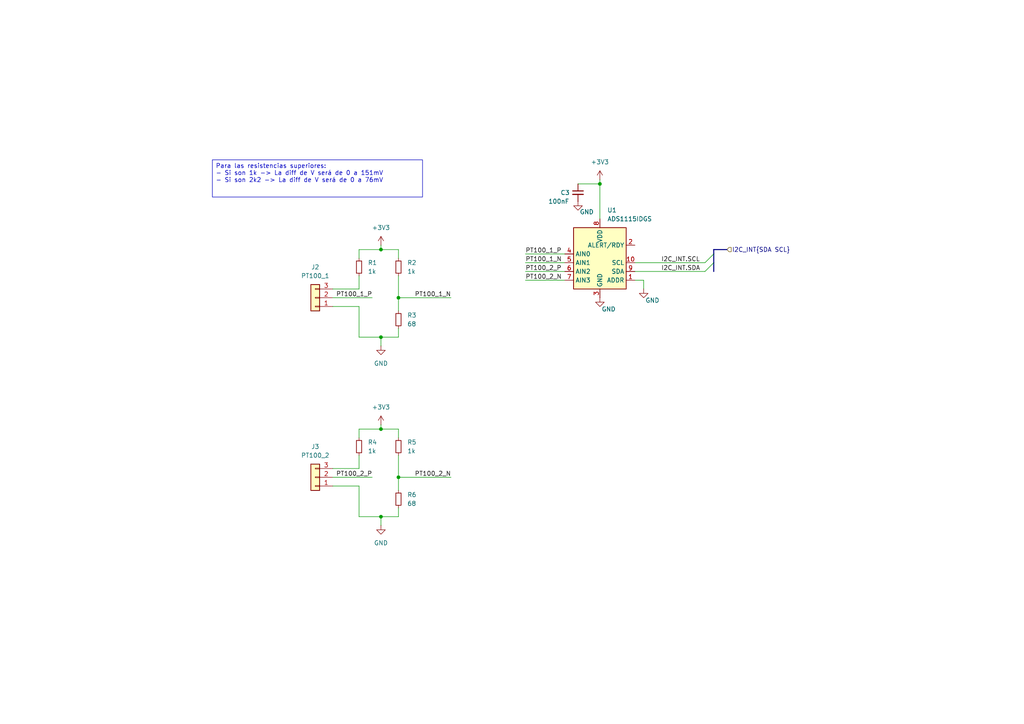
<source format=kicad_sch>
(kicad_sch (version 20250114) (generator "eeschema") (generator_version "9.0")
  (paper "A4")
  (lib_symbols
    (symbol "Analog_ADC:ADS1115IDGS"
      (property "Reference" "U" (at 2.54 13.97 0))
      (property "Value" "ADS1115IDGS" (at 7.62 11.43 0))
      (symbol "ADS1115IDGS_0_1"
        (rectangle (start -7.62 10.16) (end 7.62 -7.62) (stroke (width 0.254)) (fill (type background)))
      )
      (symbol "ADS1115IDGS_1_1"
        (pin input line (at -10.16 2.54 0) (length 2.54) (name "AIN0") (number "4"))
        (pin input line (at -10.16 0 0) (length 2.54) (name "AIN1") (number "5"))
        (pin input line (at -10.16 -2.54 0) (length 2.54) (name "AIN2") (number "6"))
        (pin input line (at -10.16 -5.08 0) (length 2.54) (name "AIN3") (number "7"))
        (pin power_in line (at 0 12.7 270) (length 2.54) (name "VDD") (number "8"))
        (pin power_in line (at 0 -10.16 90) (length 2.54) (name "GND") (number "3"))
        (pin output line (at 10.16 5.08 180) (length 2.54) (name "ALERT/RDY") (number "2"))
        (pin input line (at 10.16 0 180) (length 2.54) (name "SCL") (number "10"))
        (pin bidirectional line (at 10.16 -2.54 180) (length 2.54) (name "SDA") (number "9"))
        (pin input line (at 10.16 -5.08 180) (length 2.54) (name "ADDR") (number "1"))
      )
    )
    (symbol "Connector_Generic:Conn_01x03" (pin_names (offset 1.016) (hide yes))
      (property "Reference" "J" (at 0 5.08 0))
      (property "Value" "Conn_01x03" (at 0 -5.08 0))
      (symbol "Conn_01x03_1_1"
        (rectangle (start -1.27 3.81) (end 1.27 -3.81) (stroke (width 0.254)) (fill (type background)))
        (rectangle (start -1.27 2.667) (end 0 2.413) (stroke (width 0.1524)))
        (rectangle (start -1.27 0.127) (end 0 -0.127) (stroke (width 0.1524)))
        (rectangle (start -1.27 -2.413) (end 0 -2.667) (stroke (width 0.1524)))
        (pin passive line (at -5.08 2.54 0) (length 3.81) (name "Pin_1") (number "1"))
        (pin passive line (at -5.08 0 0) (length 3.81) (name "Pin_2") (number "2"))
        (pin passive line (at -5.08 -2.54 0) (length 3.81) (name "Pin_3") (number "3"))
      )
    )
    (symbol "Device:C_Small" (pin_numbers (hide yes)) (pin_names (offset 0.254) (hide yes))
      (property "Reference" "C" (at 0.254 1.778 0))
      (property "Value" "C_Small" (at 0.254 -2.032 0))
      (symbol "C_Small_0_1"
        (polyline (pts (xy -1.524 0.508) (xy 1.524 0.508)) (stroke (width 0.3048)))
        (polyline (pts (xy -1.524 -0.508) (xy 1.524 -0.508)) (stroke (width 0.3302)))
      )
      (symbol "C_Small_1_1"
        (pin passive line (at 0 2.54 270) (length 2.032) (name "~") (number "1"))
        (pin passive line (at 0 -2.54 90) (length 2.032) (name "~") (number "2"))
      )
    )
    (symbol "Device:R_Small" (pin_numbers (hide yes)) (pin_names (offset 0.254) (hide yes))
      (property "Reference" "R" (at 0.762 0.508 0))
      (property "Value" "R_Small" (at 0.762 -1.016 0))
      (symbol "R_Small_0_1"
        (rectangle (start -0.762 1.778) (end 0.762 -1.778) (stroke (width 0.2032)))
      )
      (symbol "R_Small_1_1"
        (pin passive line (at 0 2.54 270) (length 0.762) (name "~") (number "1"))
        (pin passive line (at 0 -2.54 90) (length 0.762) (name "~") (number "2"))
      )
    )
    (symbol "power:+3V3" (power) (pin_numbers (hide yes)) (pin_names (offset 0) (hide yes))
      (property "Value" "+3V3" (at 0 3.556 0))
      (symbol "+3V3_0_1"
        (polyline (pts (xy -0.762 1.27) (xy 0 2.54)))
        (polyline (pts (xy 0 2.54) (xy 0.762 1.27)))
        (polyline (pts (xy 0 0) (xy 0 2.54)))
      )
      (symbol "+3V3_1_1"
        (pin power_in line (at 0 0 90) (length 0) (name "~") (number "1"))
      )
    )
    (symbol "power:GND" (power) (pin_numbers (hide yes)) (pin_names (offset 0) (hide yes))
      (property "Value" "GND" (at 0 -3.81 0))
      (symbol "GND_0_1"
        (polyline (pts (xy 0 0) (xy 0 -1.27) (xy 1.27 -1.27) (xy 0 -2.54) (xy -1.27 -1.27) (xy 0 -1.27)))
      )
      (symbol "GND_1_1"
        (pin power_in line (at 0 0 270) (length 0) (name "~") (number "1"))
      )
    )
  )
  (text_box "Para las resistencias superiores:\n- Si son 1k -> La diff de V será de 0 a 151mV\n- Si son 2k2 -> La diff de V será de 0 a 76mV" (at 61.595 46.355 0) (size 60.96 10.795) (margins 0.9525 0.9525 0.9525 0.9525) (effects (font (size 1.27 1.27)) (justify left top)))
  (junction (at 110.49 97.79))
  (junction (at 110.49 124.46))
  (junction (at 173.99 53.34))
  (junction (at 115.57 86.36))
  (junction (at 115.57 138.43))
  (junction (at 110.49 72.39))
  (junction (at 110.49 149.86))
  (bus_entry (at 207.01 73.66) (size -2.54 2.54))
  (bus_entry (at 207.01 76.2) (size -2.54 2.54))
  (wire (pts (xy 110.49 149.86) (xy 110.49 152.4)))
  (wire (pts (xy 115.57 95.25) (xy 115.57 97.79)))
  (wire (pts (xy 104.14 74.93) (xy 104.14 72.39)))
  (wire (pts (xy 186.69 81.28) (xy 186.69 83.82)))
  (wire (pts (xy 115.57 138.43) (xy 115.57 142.24)))
  (wire (pts (xy 173.99 52.07) (xy 173.99 53.34)))
  (wire (pts (xy 184.15 78.74) (xy 204.47 78.74)))
  (wire (pts (xy 104.14 140.97) (xy 104.14 149.86)))
  (wire (pts (xy 104.14 83.82) (xy 104.14 80.01)))
  (wire (pts (xy 104.14 149.86) (xy 110.49 149.86)))
  (wire (pts (xy 104.14 97.79) (xy 110.49 97.79)))
  (wire (pts (xy 96.52 135.89) (xy 104.14 135.89)))
  (wire (pts (xy 115.57 86.36) (xy 130.81 86.36)))
  (wire (pts (xy 173.99 53.34) (xy 173.99 63.5)))
  (wire (pts (xy 104.14 72.39) (xy 110.49 72.39)))
  (bus (pts (xy 207.01 72.39) (xy 207.01 73.66)))
  (wire (pts (xy 115.57 124.46) (xy 115.57 127)))
  (wire (pts (xy 110.49 97.79) (xy 115.57 97.79)))
  (wire (pts (xy 96.52 140.97) (xy 104.14 140.97)))
  (wire (pts (xy 104.14 135.89) (xy 104.14 132.08)))
  (wire (pts (xy 96.52 138.43) (xy 107.95 138.43)))
  (bus (pts (xy 207.01 73.66) (xy 207.01 76.2)))
  (wire (pts (xy 184.15 76.2) (xy 204.47 76.2)))
  (wire (pts (xy 110.49 71.12) (xy 110.49 72.39)))
  (wire (pts (xy 110.49 124.46) (xy 115.57 124.46)))
  (wire (pts (xy 184.15 81.28) (xy 186.69 81.28)))
  (wire (pts (xy 115.57 86.36) (xy 115.57 90.17)))
  (wire (pts (xy 96.52 86.36) (xy 107.95 86.36)))
  (wire (pts (xy 110.49 97.79) (xy 110.49 100.33)))
  (wire (pts (xy 110.49 72.39) (xy 115.57 72.39)))
  (wire (pts (xy 104.14 124.46) (xy 110.49 124.46)))
  (wire (pts (xy 96.52 88.9) (xy 104.14 88.9)))
  (bus (pts (xy 207.01 76.2) (xy 207.01 78.74)))
  (wire (pts (xy 115.57 72.39) (xy 115.57 74.93)))
  (wire (pts (xy 115.57 138.43) (xy 130.81 138.43)))
  (wire (pts (xy 115.57 80.01) (xy 115.57 86.36)))
  (wire (pts (xy 167.64 53.34) (xy 173.99 53.34)))
  (wire (pts (xy 152.4 81.28) (xy 163.83 81.28)))
  (wire (pts (xy 104.14 127) (xy 104.14 124.46)))
  (wire (pts (xy 115.57 132.08) (xy 115.57 138.43)))
  (wire (pts (xy 152.4 76.2) (xy 163.83 76.2)))
  (wire (pts (xy 110.49 149.86) (xy 115.57 149.86)))
  (wire (pts (xy 115.57 147.32) (xy 115.57 149.86)))
  (wire (pts (xy 152.4 78.74) (xy 163.83 78.74)))
  (wire (pts (xy 152.4 73.66) (xy 163.83 73.66)))
  (wire (pts (xy 104.14 88.9) (xy 104.14 97.79)))
  (wire (pts (xy 110.49 123.19) (xy 110.49 124.46)))
  (wire (pts (xy 96.52 83.82) (xy 104.14 83.82)))
  (bus (pts (xy 210.82 72.39) (xy 207.01 72.39)))
  (label "PT100_2_N" (at 130.81 138.43 180))
  (label "PT100_2_P" (at 152.4 78.74 0))
  (label "I2C_INT.SDA" (at 191.77 78.74 0))
  (label "PT100_1_P" (at 152.4 73.66 0))
  (label "PT100_2_N" (at 152.4 81.28 0))
  (label "PT100_2_P" (at 107.95 138.43 180))
  (label "PT100_1_N" (at 152.4 76.2 0))
  (label "PT100_1_N" (at 130.81 86.36 180))
  (label "I2C_INT.SCL" (at 191.77 76.2 0))
  (label "PT100_1_P" (at 107.95 86.36 180))
  (hierarchical_label "I2C_INT{SDA SCL}" (shape input) (at 210.82 72.39 0))
  (symbol (lib_id "power:GND") (at 110.49 152.4 0) (unit 1)
    (property "Reference" "#PWR013" (effects (hide yes)))
    (property "Value" "GND" (at 110.49 157.48 0))
    (property "Description" "Power symbol creates a global label with name \"GND\" , ground" (effects (hide yes)))
  )
  (symbol (lib_id "Device:R_Small") (at 115.57 77.47 0) (unit 1)
    (property "Reference" "R2" (at 118.11 76.1999 0) (effects (justify left)))
    (property "Value" "1k" (at 118.11 78.7399 0) (effects (justify left)))
    (property "Footprint" "Resistor_SMD:R_0805_2012Metric_Pad1.20x1.40mm_HandSolder" (effects (hide yes)))
    (property "Description" "Resistor, small symbol" (effects (hide yes)))
  )
  (symbol (lib_id "Device:R_Small") (at 115.57 144.78 0) (unit 1)
    (property "Reference" "R6" (at 118.11 143.5099 0) (effects (justify left)))
    (property "Value" "68" (at 118.11 146.0499 0) (effects (justify left)))
    (property "Footprint" "Resistor_SMD:R_0805_2012Metric_Pad1.20x1.40mm_HandSolder" (effects (hide yes)))
    (property "Description" "Resistor, small symbol" (effects (hide yes)))
  )
  (symbol (lib_id "Connector_Generic:Conn_01x03") (at 91.44 86.36 180) (unit 1)
    (property "Reference" "J2" (at 91.44 77.47 0))
    (property "Value" "PT100_1" (at 91.44 80.01 0))
    (property "Footprint" "Connector_JST:JST_ZH_S3B-ZR-SM4A-TF_1x03-1MP_P1.50mm_Horizontal" (effects (hide yes)))
    (property "Description" "Generic connector, single row, 01x03, script generated (kicad-library-utils/schlib/autogen/connector/)" (effects (hide yes)))
  )
  (symbol (lib_id "Device:R_Small") (at 104.14 77.47 0) (unit 1)
    (property "Reference" "R1" (at 106.68 76.1999 0) (effects (justify left)))
    (property "Value" "1k" (at 106.68 78.7399 0) (effects (justify left)))
    (property "Footprint" "Resistor_SMD:R_0805_2012Metric_Pad1.20x1.40mm_HandSolder" (effects (hide yes)))
    (property "Description" "Resistor, small symbol" (effects (hide yes)))
  )
  (symbol (lib_id "Device:R_Small") (at 115.57 92.71 0) (unit 1)
    (property "Reference" "R3" (at 118.11 91.4399 0) (effects (justify left)))
    (property "Value" "68" (at 118.11 93.9799 0) (effects (justify left)))
    (property "Footprint" "Resistor_SMD:R_0805_2012Metric_Pad1.20x1.40mm_HandSolder" (effects (hide yes)))
    (property "Description" "Resistor, small symbol" (effects (hide yes)))
  )
  (symbol (lib_id "power:+3V3") (at 173.99 52.07 0) (unit 1)
    (property "Reference" "#PWR016" (effects (hide yes)))
    (property "Value" "+3V3" (at 173.99 46.99 0))
    (property "Description" "Power symbol creates a global label with name \"+3V3\"" (effects (hide yes)))
  )
  (symbol (lib_id "power:GND") (at 110.49 100.33 0) (unit 1)
    (property "Reference" "#PWR010" (effects (hide yes)))
    (property "Value" "GND" (at 110.49 105.41 0))
    (property "Description" "Power symbol creates a global label with name \"GND\" , ground" (effects (hide yes)))
  )
  (symbol (lib_id "power:GND") (at 186.69 83.82 0) (unit 1)
    (property "Reference" "#PWR038" (effects (hide yes)))
    (property "Value" "GND" (at 189.23 87.122 0))
    (property "Description" "Power symbol creates a global label with name \"GND\" , ground" (effects (hide yes)))
  )
  (symbol (lib_id "Connector_Generic:Conn_01x03") (at 91.44 138.43 180) (unit 1)
    (property "Reference" "J3" (at 91.44 129.54 0))
    (property "Value" "PT100_2" (at 91.44 132.08 0))
    (property "Footprint" "Connector_JST:JST_ZH_S3B-ZR-SM4A-TF_1x03-1MP_P1.50mm_Horizontal" (effects (hide yes)))
    (property "Description" "Generic connector, single row, 01x03, script generated (kicad-library-utils/schlib/autogen/connector/)" (effects (hide yes)))
  )
  (symbol (lib_id "Analog_ADC:ADS1115IDGS") (at 173.99 76.2 0) (unit 1)
    (property "Reference" "U1" (at 176.1333 60.96 0) (effects (justify left)))
    (property "Value" "ADS1115IDGS" (at 176.1333 63.5 0) (effects (justify left)))
    (property "Footprint" "Package_SO:TSSOP-10_3x3mm_P0.5mm" (effects (hide yes)))
    (property "Datasheet" "http://www.ti.com/lit/ds/symlink/ads1113.pdf" (effects (hide yes)))
    (property "Description" "Ultra-Small, Low-Power, I2C-Compatible, 860-SPS, 16-Bit ADCs With Internal Reference, Oscillator, and Programmable Comparator, VSSOP-10" (effects (hide yes)))
  )
  (symbol (lib_id "Device:R_Small") (at 115.57 129.54 0) (unit 1)
    (property "Reference" "R5" (at 118.11 128.2699 0) (effects (justify left)))
    (property "Value" "1k" (at 118.11 130.8099 0) (effects (justify left)))
    (property "Footprint" "Resistor_SMD:R_0805_2012Metric_Pad1.20x1.40mm_HandSolder" (effects (hide yes)))
    (property "Description" "Resistor, small symbol" (effects (hide yes)))
  )
  (symbol (lib_id "power:GND") (at 167.64 58.42 0) (unit 1)
    (property "Reference" "#PWR017" (effects (hide yes)))
    (property "Value" "GND" (at 170.18 61.468 0))
    (property "Description" "Power symbol creates a global label with name \"GND\" , ground" (effects (hide yes)))
  )
  (symbol (lib_id "Device:R_Small") (at 104.14 129.54 0) (unit 1)
    (property "Reference" "R4" (at 106.68 128.2699 0) (effects (justify left)))
    (property "Value" "1k" (at 106.68 130.8099 0) (effects (justify left)))
    (property "Footprint" "Resistor_SMD:R_0805_2012Metric_Pad1.20x1.40mm_HandSolder" (effects (hide yes)))
    (property "Description" "Resistor, small symbol" (effects (hide yes)))
  )
  (symbol (lib_id "power:+3V3") (at 110.49 71.12 0) (unit 1)
    (property "Reference" "#PWR011" (effects (hide yes)))
    (property "Value" "+3V3" (at 110.49 66.04 0))
    (property "Description" "Power symbol creates a global label with name \"+3V3\"" (effects (hide yes)))
  )
  (symbol (lib_id "power:GND") (at 173.99 86.36 0) (unit 1)
    (property "Reference" "#PWR037" (effects (hide yes)))
    (property "Value" "GND" (at 176.53 89.662 0))
    (property "Description" "Power symbol creates a global label with name \"GND\" , ground" (effects (hide yes)))
  )
  (symbol (lib_id "Device:C_Small") (at 167.64 55.88 0) (unit 1)
    (property "Reference" "C3" (at 162.56 55.88 0) (effects (justify left)))
    (property "Value" "100nF" (at 165.1 58.42 0) (effects (justify right)))
    (property "Footprint" "Capacitor_SMD:C_0603_1608Metric_Pad1.08x0.95mm_HandSolder" (effects (hide yes)))
  )
  (symbol (lib_id "power:+3V3") (at 110.49 123.19 0) (unit 1)
    (property "Reference" "#PWR012" (effects (hide yes)))
    (property "Value" "+3V3" (at 110.49 118.11 0))
    (property "Description" "Power symbol creates a global label with name \"+3V3\"" (effects (hide yes)))
  )
)
</source>
